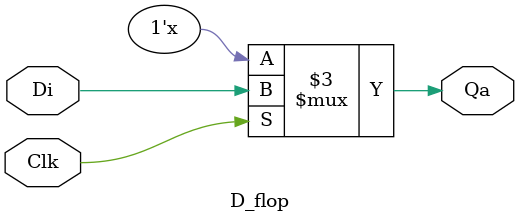
<source format=v>
module D_flop (Di, Clk, Qa);

	input Di, Clk;
	output reg Qa;
		
	always @ (Clk, Di)
		if(Clk)
			Qa = Di;

endmodule
</source>
